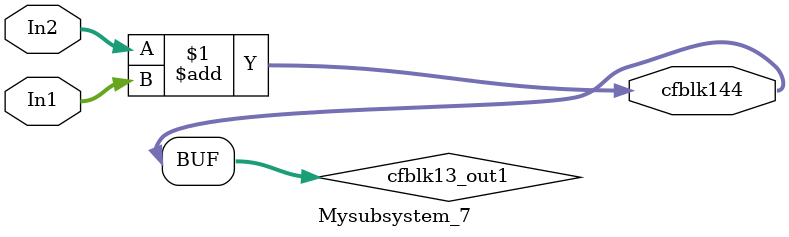
<source format=v>



`timescale 1 ns / 1 ns

module Mysubsystem_7
          (In1,
           In2,
           cfblk144);


  input   [7:0] In1;  // uint8
  input   [7:0] In2;  // uint8
  output  [7:0] cfblk144;  // uint8


  wire [7:0] cfblk13_out1;  // uint8


  assign cfblk13_out1 = In2 + In1;



  assign cfblk144 = cfblk13_out1;

endmodule  // Mysubsystem_7


</source>
